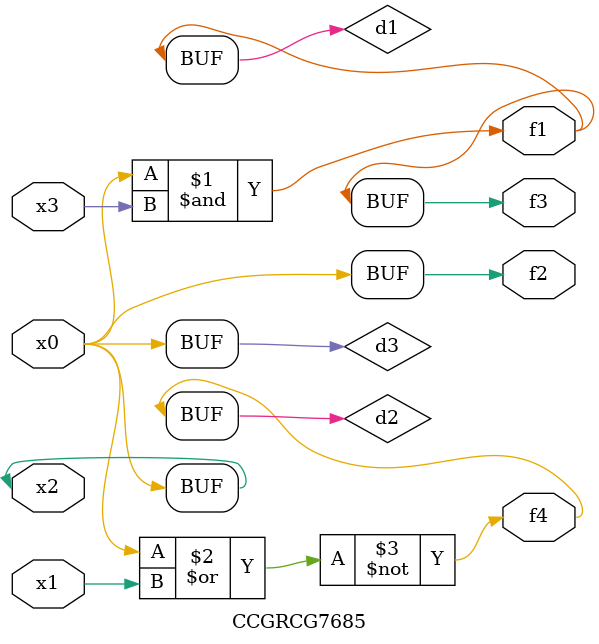
<source format=v>
module CCGRCG7685(
	input x0, x1, x2, x3,
	output f1, f2, f3, f4
);

	wire d1, d2, d3;

	and (d1, x2, x3);
	nor (d2, x0, x1);
	buf (d3, x0, x2);
	assign f1 = d1;
	assign f2 = d3;
	assign f3 = d1;
	assign f4 = d2;
endmodule

</source>
